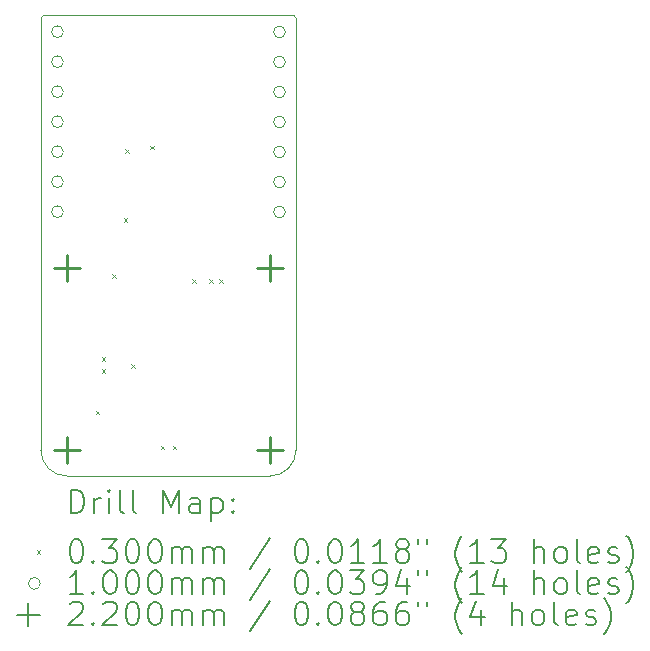
<source format=gbr>
%TF.GenerationSoftware,KiCad,Pcbnew,(6.0.7)*%
%TF.CreationDate,2022-10-21T23:48:19+08:00*%
%TF.ProjectId,pcb_rear,7063625f-7265-4617-922e-6b696361645f,rev?*%
%TF.SameCoordinates,Original*%
%TF.FileFunction,Drillmap*%
%TF.FilePolarity,Positive*%
%FSLAX45Y45*%
G04 Gerber Fmt 4.5, Leading zero omitted, Abs format (unit mm)*
G04 Created by KiCad (PCBNEW (6.0.7)) date 2022-10-21 23:48:19*
%MOMM*%
%LPD*%
G01*
G04 APERTURE LIST*
%ADD10C,0.100000*%
%ADD11C,0.200000*%
%ADD12C,0.030000*%
%ADD13C,0.220000*%
G04 APERTURE END LIST*
D10*
X1080000Y880000D02*
X1080000Y-2780000D01*
X-1060000Y900000D02*
G75*
G03*
X-1080000Y880000I0J-20000D01*
G01*
X860000Y-3000000D02*
G75*
G03*
X1080000Y-2780000I0J220000D01*
G01*
X860000Y-3000000D02*
X-860000Y-3000000D01*
X-1080000Y-2780000D02*
X-1080000Y880000D01*
X1080000Y880000D02*
G75*
G03*
X1060000Y900000I-20000J0D01*
G01*
X-1080000Y-2780000D02*
G75*
G03*
X-860000Y-3000000I220000J0D01*
G01*
X-1060000Y900000D02*
X1060000Y900000D01*
D11*
D12*
X-615000Y-2445000D02*
X-585000Y-2475000D01*
X-585000Y-2445000D02*
X-615000Y-2475000D01*
X-565000Y-1995000D02*
X-535000Y-2025000D01*
X-535000Y-1995000D02*
X-565000Y-2025000D01*
X-565000Y-2095000D02*
X-535000Y-2125000D01*
X-535000Y-2095000D02*
X-565000Y-2125000D01*
X-475000Y-1290000D02*
X-445000Y-1320000D01*
X-445000Y-1290000D02*
X-475000Y-1320000D01*
X-380000Y-815000D02*
X-350000Y-845000D01*
X-350000Y-815000D02*
X-380000Y-845000D01*
X-365000Y-231450D02*
X-335000Y-261450D01*
X-335000Y-231450D02*
X-365000Y-261450D01*
X-315000Y-2055000D02*
X-285000Y-2085000D01*
X-285000Y-2055000D02*
X-315000Y-2085000D01*
X-155000Y-205000D02*
X-125000Y-235000D01*
X-125000Y-205000D02*
X-155000Y-235000D01*
X-65000Y-2745000D02*
X-35000Y-2775000D01*
X-35000Y-2745000D02*
X-65000Y-2775000D01*
X35000Y-2745000D02*
X65000Y-2775000D01*
X65000Y-2745000D02*
X35000Y-2775000D01*
X200000Y-1335000D02*
X230000Y-1365000D01*
X230000Y-1335000D02*
X200000Y-1365000D01*
X345000Y-1335000D02*
X375000Y-1365000D01*
X375000Y-1335000D02*
X345000Y-1365000D01*
X428550Y-1335000D02*
X458550Y-1365000D01*
X458550Y-1335000D02*
X428550Y-1365000D01*
D10*
X-890000Y762000D02*
G75*
G03*
X-890000Y762000I-50000J0D01*
G01*
X-890000Y508000D02*
G75*
G03*
X-890000Y508000I-50000J0D01*
G01*
X-890000Y254000D02*
G75*
G03*
X-890000Y254000I-50000J0D01*
G01*
X-890000Y0D02*
G75*
G03*
X-890000Y0I-50000J0D01*
G01*
X-890000Y-254000D02*
G75*
G03*
X-890000Y-254000I-50000J0D01*
G01*
X-890000Y-508000D02*
G75*
G03*
X-890000Y-508000I-50000J0D01*
G01*
X-890000Y-762000D02*
G75*
G03*
X-890000Y-762000I-50000J0D01*
G01*
X990000Y760000D02*
G75*
G03*
X990000Y760000I-50000J0D01*
G01*
X990000Y506000D02*
G75*
G03*
X990000Y506000I-50000J0D01*
G01*
X990000Y252000D02*
G75*
G03*
X990000Y252000I-50000J0D01*
G01*
X990000Y-2000D02*
G75*
G03*
X990000Y-2000I-50000J0D01*
G01*
X990000Y-256000D02*
G75*
G03*
X990000Y-256000I-50000J0D01*
G01*
X990000Y-510000D02*
G75*
G03*
X990000Y-510000I-50000J0D01*
G01*
X990000Y-764000D02*
G75*
G03*
X990000Y-764000I-50000J0D01*
G01*
D13*
X-860000Y-1130000D02*
X-860000Y-1350000D01*
X-970000Y-1240000D02*
X-750000Y-1240000D01*
X-860000Y-2670000D02*
X-860000Y-2890000D01*
X-970000Y-2780000D02*
X-750000Y-2780000D01*
X860000Y-1130000D02*
X860000Y-1350000D01*
X750000Y-1240000D02*
X970000Y-1240000D01*
X860000Y-2670000D02*
X860000Y-2890000D01*
X750000Y-2780000D02*
X970000Y-2780000D01*
D11*
X-827381Y-3315476D02*
X-827381Y-3115476D01*
X-779762Y-3115476D01*
X-751190Y-3125000D01*
X-732143Y-3144048D01*
X-722619Y-3163095D01*
X-713095Y-3201190D01*
X-713095Y-3229762D01*
X-722619Y-3267857D01*
X-732143Y-3286905D01*
X-751190Y-3305952D01*
X-779762Y-3315476D01*
X-827381Y-3315476D01*
X-627381Y-3315476D02*
X-627381Y-3182143D01*
X-627381Y-3220238D02*
X-617857Y-3201190D01*
X-608333Y-3191667D01*
X-589286Y-3182143D01*
X-570238Y-3182143D01*
X-503571Y-3315476D02*
X-503571Y-3182143D01*
X-503571Y-3115476D02*
X-513095Y-3125000D01*
X-503571Y-3134524D01*
X-494048Y-3125000D01*
X-503571Y-3115476D01*
X-503571Y-3134524D01*
X-379762Y-3315476D02*
X-398809Y-3305952D01*
X-408333Y-3286905D01*
X-408333Y-3115476D01*
X-275000Y-3315476D02*
X-294048Y-3305952D01*
X-303571Y-3286905D01*
X-303571Y-3115476D01*
X-46428Y-3315476D02*
X-46428Y-3115476D01*
X20238Y-3258333D01*
X86905Y-3115476D01*
X86905Y-3315476D01*
X267857Y-3315476D02*
X267857Y-3210714D01*
X258333Y-3191667D01*
X239286Y-3182143D01*
X201190Y-3182143D01*
X182143Y-3191667D01*
X267857Y-3305952D02*
X248809Y-3315476D01*
X201190Y-3315476D01*
X182143Y-3305952D01*
X172619Y-3286905D01*
X172619Y-3267857D01*
X182143Y-3248809D01*
X201190Y-3239286D01*
X248809Y-3239286D01*
X267857Y-3229762D01*
X363095Y-3182143D02*
X363095Y-3382143D01*
X363095Y-3191667D02*
X382143Y-3182143D01*
X420238Y-3182143D01*
X439286Y-3191667D01*
X448809Y-3201190D01*
X458333Y-3220238D01*
X458333Y-3277381D01*
X448809Y-3296428D01*
X439286Y-3305952D01*
X420238Y-3315476D01*
X382143Y-3315476D01*
X363095Y-3305952D01*
X544048Y-3296428D02*
X553571Y-3305952D01*
X544048Y-3315476D01*
X534524Y-3305952D01*
X544048Y-3296428D01*
X544048Y-3315476D01*
X544048Y-3191667D02*
X553571Y-3201190D01*
X544048Y-3210714D01*
X534524Y-3201190D01*
X544048Y-3191667D01*
X544048Y-3210714D01*
D12*
X-1115000Y-3630000D02*
X-1085000Y-3660000D01*
X-1085000Y-3630000D02*
X-1115000Y-3660000D01*
D11*
X-789286Y-3535476D02*
X-770238Y-3535476D01*
X-751190Y-3545000D01*
X-741667Y-3554524D01*
X-732143Y-3573571D01*
X-722619Y-3611667D01*
X-722619Y-3659286D01*
X-732143Y-3697381D01*
X-741667Y-3716428D01*
X-751190Y-3725952D01*
X-770238Y-3735476D01*
X-789286Y-3735476D01*
X-808333Y-3725952D01*
X-817857Y-3716428D01*
X-827381Y-3697381D01*
X-836905Y-3659286D01*
X-836905Y-3611667D01*
X-827381Y-3573571D01*
X-817857Y-3554524D01*
X-808333Y-3545000D01*
X-789286Y-3535476D01*
X-636905Y-3716428D02*
X-627381Y-3725952D01*
X-636905Y-3735476D01*
X-646429Y-3725952D01*
X-636905Y-3716428D01*
X-636905Y-3735476D01*
X-560714Y-3535476D02*
X-436905Y-3535476D01*
X-503571Y-3611667D01*
X-475000Y-3611667D01*
X-455952Y-3621190D01*
X-446428Y-3630714D01*
X-436905Y-3649762D01*
X-436905Y-3697381D01*
X-446428Y-3716428D01*
X-455952Y-3725952D01*
X-475000Y-3735476D01*
X-532143Y-3735476D01*
X-551190Y-3725952D01*
X-560714Y-3716428D01*
X-313095Y-3535476D02*
X-294048Y-3535476D01*
X-275000Y-3545000D01*
X-265476Y-3554524D01*
X-255952Y-3573571D01*
X-246428Y-3611667D01*
X-246428Y-3659286D01*
X-255952Y-3697381D01*
X-265476Y-3716428D01*
X-275000Y-3725952D01*
X-294048Y-3735476D01*
X-313095Y-3735476D01*
X-332143Y-3725952D01*
X-341667Y-3716428D01*
X-351190Y-3697381D01*
X-360714Y-3659286D01*
X-360714Y-3611667D01*
X-351190Y-3573571D01*
X-341667Y-3554524D01*
X-332143Y-3545000D01*
X-313095Y-3535476D01*
X-122619Y-3535476D02*
X-103571Y-3535476D01*
X-84524Y-3545000D01*
X-75000Y-3554524D01*
X-65476Y-3573571D01*
X-55952Y-3611667D01*
X-55952Y-3659286D01*
X-65476Y-3697381D01*
X-75000Y-3716428D01*
X-84524Y-3725952D01*
X-103571Y-3735476D01*
X-122619Y-3735476D01*
X-141667Y-3725952D01*
X-151190Y-3716428D01*
X-160714Y-3697381D01*
X-170238Y-3659286D01*
X-170238Y-3611667D01*
X-160714Y-3573571D01*
X-151190Y-3554524D01*
X-141667Y-3545000D01*
X-122619Y-3535476D01*
X29762Y-3735476D02*
X29762Y-3602143D01*
X29762Y-3621190D02*
X39286Y-3611667D01*
X58333Y-3602143D01*
X86905Y-3602143D01*
X105952Y-3611667D01*
X115476Y-3630714D01*
X115476Y-3735476D01*
X115476Y-3630714D02*
X125000Y-3611667D01*
X144048Y-3602143D01*
X172619Y-3602143D01*
X191667Y-3611667D01*
X201190Y-3630714D01*
X201190Y-3735476D01*
X296429Y-3735476D02*
X296429Y-3602143D01*
X296429Y-3621190D02*
X305952Y-3611667D01*
X325000Y-3602143D01*
X353571Y-3602143D01*
X372619Y-3611667D01*
X382143Y-3630714D01*
X382143Y-3735476D01*
X382143Y-3630714D02*
X391667Y-3611667D01*
X410714Y-3602143D01*
X439286Y-3602143D01*
X458333Y-3611667D01*
X467857Y-3630714D01*
X467857Y-3735476D01*
X858333Y-3525952D02*
X686905Y-3783095D01*
X1115476Y-3535476D02*
X1134524Y-3535476D01*
X1153571Y-3545000D01*
X1163095Y-3554524D01*
X1172619Y-3573571D01*
X1182143Y-3611667D01*
X1182143Y-3659286D01*
X1172619Y-3697381D01*
X1163095Y-3716428D01*
X1153571Y-3725952D01*
X1134524Y-3735476D01*
X1115476Y-3735476D01*
X1096429Y-3725952D01*
X1086905Y-3716428D01*
X1077381Y-3697381D01*
X1067857Y-3659286D01*
X1067857Y-3611667D01*
X1077381Y-3573571D01*
X1086905Y-3554524D01*
X1096429Y-3545000D01*
X1115476Y-3535476D01*
X1267857Y-3716428D02*
X1277381Y-3725952D01*
X1267857Y-3735476D01*
X1258333Y-3725952D01*
X1267857Y-3716428D01*
X1267857Y-3735476D01*
X1401190Y-3535476D02*
X1420238Y-3535476D01*
X1439286Y-3545000D01*
X1448809Y-3554524D01*
X1458333Y-3573571D01*
X1467857Y-3611667D01*
X1467857Y-3659286D01*
X1458333Y-3697381D01*
X1448809Y-3716428D01*
X1439286Y-3725952D01*
X1420238Y-3735476D01*
X1401190Y-3735476D01*
X1382143Y-3725952D01*
X1372619Y-3716428D01*
X1363095Y-3697381D01*
X1353571Y-3659286D01*
X1353571Y-3611667D01*
X1363095Y-3573571D01*
X1372619Y-3554524D01*
X1382143Y-3545000D01*
X1401190Y-3535476D01*
X1658333Y-3735476D02*
X1544048Y-3735476D01*
X1601190Y-3735476D02*
X1601190Y-3535476D01*
X1582143Y-3564048D01*
X1563095Y-3583095D01*
X1544048Y-3592619D01*
X1848809Y-3735476D02*
X1734524Y-3735476D01*
X1791667Y-3735476D02*
X1791667Y-3535476D01*
X1772619Y-3564048D01*
X1753571Y-3583095D01*
X1734524Y-3592619D01*
X1963095Y-3621190D02*
X1944048Y-3611667D01*
X1934524Y-3602143D01*
X1925000Y-3583095D01*
X1925000Y-3573571D01*
X1934524Y-3554524D01*
X1944048Y-3545000D01*
X1963095Y-3535476D01*
X2001190Y-3535476D01*
X2020238Y-3545000D01*
X2029762Y-3554524D01*
X2039286Y-3573571D01*
X2039286Y-3583095D01*
X2029762Y-3602143D01*
X2020238Y-3611667D01*
X2001190Y-3621190D01*
X1963095Y-3621190D01*
X1944048Y-3630714D01*
X1934524Y-3640238D01*
X1925000Y-3659286D01*
X1925000Y-3697381D01*
X1934524Y-3716428D01*
X1944048Y-3725952D01*
X1963095Y-3735476D01*
X2001190Y-3735476D01*
X2020238Y-3725952D01*
X2029762Y-3716428D01*
X2039286Y-3697381D01*
X2039286Y-3659286D01*
X2029762Y-3640238D01*
X2020238Y-3630714D01*
X2001190Y-3621190D01*
X2115476Y-3535476D02*
X2115476Y-3573571D01*
X2191667Y-3535476D02*
X2191667Y-3573571D01*
X2486905Y-3811667D02*
X2477381Y-3802143D01*
X2458333Y-3773571D01*
X2448810Y-3754524D01*
X2439286Y-3725952D01*
X2429762Y-3678333D01*
X2429762Y-3640238D01*
X2439286Y-3592619D01*
X2448810Y-3564048D01*
X2458333Y-3545000D01*
X2477381Y-3516428D01*
X2486905Y-3506905D01*
X2667857Y-3735476D02*
X2553571Y-3735476D01*
X2610714Y-3735476D02*
X2610714Y-3535476D01*
X2591667Y-3564048D01*
X2572619Y-3583095D01*
X2553571Y-3592619D01*
X2734524Y-3535476D02*
X2858333Y-3535476D01*
X2791667Y-3611667D01*
X2820238Y-3611667D01*
X2839286Y-3621190D01*
X2848809Y-3630714D01*
X2858333Y-3649762D01*
X2858333Y-3697381D01*
X2848809Y-3716428D01*
X2839286Y-3725952D01*
X2820238Y-3735476D01*
X2763095Y-3735476D01*
X2744048Y-3725952D01*
X2734524Y-3716428D01*
X3096428Y-3735476D02*
X3096428Y-3535476D01*
X3182143Y-3735476D02*
X3182143Y-3630714D01*
X3172619Y-3611667D01*
X3153571Y-3602143D01*
X3125000Y-3602143D01*
X3105952Y-3611667D01*
X3096428Y-3621190D01*
X3305952Y-3735476D02*
X3286905Y-3725952D01*
X3277381Y-3716428D01*
X3267857Y-3697381D01*
X3267857Y-3640238D01*
X3277381Y-3621190D01*
X3286905Y-3611667D01*
X3305952Y-3602143D01*
X3334524Y-3602143D01*
X3353571Y-3611667D01*
X3363095Y-3621190D01*
X3372619Y-3640238D01*
X3372619Y-3697381D01*
X3363095Y-3716428D01*
X3353571Y-3725952D01*
X3334524Y-3735476D01*
X3305952Y-3735476D01*
X3486905Y-3735476D02*
X3467857Y-3725952D01*
X3458333Y-3706905D01*
X3458333Y-3535476D01*
X3639286Y-3725952D02*
X3620238Y-3735476D01*
X3582143Y-3735476D01*
X3563095Y-3725952D01*
X3553571Y-3706905D01*
X3553571Y-3630714D01*
X3563095Y-3611667D01*
X3582143Y-3602143D01*
X3620238Y-3602143D01*
X3639286Y-3611667D01*
X3648809Y-3630714D01*
X3648809Y-3649762D01*
X3553571Y-3668809D01*
X3725000Y-3725952D02*
X3744048Y-3735476D01*
X3782143Y-3735476D01*
X3801190Y-3725952D01*
X3810714Y-3706905D01*
X3810714Y-3697381D01*
X3801190Y-3678333D01*
X3782143Y-3668809D01*
X3753571Y-3668809D01*
X3734524Y-3659286D01*
X3725000Y-3640238D01*
X3725000Y-3630714D01*
X3734524Y-3611667D01*
X3753571Y-3602143D01*
X3782143Y-3602143D01*
X3801190Y-3611667D01*
X3877381Y-3811667D02*
X3886905Y-3802143D01*
X3905952Y-3773571D01*
X3915476Y-3754524D01*
X3925000Y-3725952D01*
X3934524Y-3678333D01*
X3934524Y-3640238D01*
X3925000Y-3592619D01*
X3915476Y-3564048D01*
X3905952Y-3545000D01*
X3886905Y-3516428D01*
X3877381Y-3506905D01*
D10*
X-1085000Y-3909000D02*
G75*
G03*
X-1085000Y-3909000I-50000J0D01*
G01*
D11*
X-722619Y-3999476D02*
X-836905Y-3999476D01*
X-779762Y-3999476D02*
X-779762Y-3799476D01*
X-798809Y-3828048D01*
X-817857Y-3847095D01*
X-836905Y-3856619D01*
X-636905Y-3980428D02*
X-627381Y-3989952D01*
X-636905Y-3999476D01*
X-646429Y-3989952D01*
X-636905Y-3980428D01*
X-636905Y-3999476D01*
X-503571Y-3799476D02*
X-484524Y-3799476D01*
X-465476Y-3809000D01*
X-455952Y-3818524D01*
X-446428Y-3837571D01*
X-436905Y-3875667D01*
X-436905Y-3923286D01*
X-446428Y-3961381D01*
X-455952Y-3980428D01*
X-465476Y-3989952D01*
X-484524Y-3999476D01*
X-503571Y-3999476D01*
X-522619Y-3989952D01*
X-532143Y-3980428D01*
X-541667Y-3961381D01*
X-551190Y-3923286D01*
X-551190Y-3875667D01*
X-541667Y-3837571D01*
X-532143Y-3818524D01*
X-522619Y-3809000D01*
X-503571Y-3799476D01*
X-313095Y-3799476D02*
X-294048Y-3799476D01*
X-275000Y-3809000D01*
X-265476Y-3818524D01*
X-255952Y-3837571D01*
X-246428Y-3875667D01*
X-246428Y-3923286D01*
X-255952Y-3961381D01*
X-265476Y-3980428D01*
X-275000Y-3989952D01*
X-294048Y-3999476D01*
X-313095Y-3999476D01*
X-332143Y-3989952D01*
X-341667Y-3980428D01*
X-351190Y-3961381D01*
X-360714Y-3923286D01*
X-360714Y-3875667D01*
X-351190Y-3837571D01*
X-341667Y-3818524D01*
X-332143Y-3809000D01*
X-313095Y-3799476D01*
X-122619Y-3799476D02*
X-103571Y-3799476D01*
X-84524Y-3809000D01*
X-75000Y-3818524D01*
X-65476Y-3837571D01*
X-55952Y-3875667D01*
X-55952Y-3923286D01*
X-65476Y-3961381D01*
X-75000Y-3980428D01*
X-84524Y-3989952D01*
X-103571Y-3999476D01*
X-122619Y-3999476D01*
X-141667Y-3989952D01*
X-151190Y-3980428D01*
X-160714Y-3961381D01*
X-170238Y-3923286D01*
X-170238Y-3875667D01*
X-160714Y-3837571D01*
X-151190Y-3818524D01*
X-141667Y-3809000D01*
X-122619Y-3799476D01*
X29762Y-3999476D02*
X29762Y-3866143D01*
X29762Y-3885190D02*
X39286Y-3875667D01*
X58333Y-3866143D01*
X86905Y-3866143D01*
X105952Y-3875667D01*
X115476Y-3894714D01*
X115476Y-3999476D01*
X115476Y-3894714D02*
X125000Y-3875667D01*
X144048Y-3866143D01*
X172619Y-3866143D01*
X191667Y-3875667D01*
X201190Y-3894714D01*
X201190Y-3999476D01*
X296429Y-3999476D02*
X296429Y-3866143D01*
X296429Y-3885190D02*
X305952Y-3875667D01*
X325000Y-3866143D01*
X353571Y-3866143D01*
X372619Y-3875667D01*
X382143Y-3894714D01*
X382143Y-3999476D01*
X382143Y-3894714D02*
X391667Y-3875667D01*
X410714Y-3866143D01*
X439286Y-3866143D01*
X458333Y-3875667D01*
X467857Y-3894714D01*
X467857Y-3999476D01*
X858333Y-3789952D02*
X686905Y-4047095D01*
X1115476Y-3799476D02*
X1134524Y-3799476D01*
X1153571Y-3809000D01*
X1163095Y-3818524D01*
X1172619Y-3837571D01*
X1182143Y-3875667D01*
X1182143Y-3923286D01*
X1172619Y-3961381D01*
X1163095Y-3980428D01*
X1153571Y-3989952D01*
X1134524Y-3999476D01*
X1115476Y-3999476D01*
X1096429Y-3989952D01*
X1086905Y-3980428D01*
X1077381Y-3961381D01*
X1067857Y-3923286D01*
X1067857Y-3875667D01*
X1077381Y-3837571D01*
X1086905Y-3818524D01*
X1096429Y-3809000D01*
X1115476Y-3799476D01*
X1267857Y-3980428D02*
X1277381Y-3989952D01*
X1267857Y-3999476D01*
X1258333Y-3989952D01*
X1267857Y-3980428D01*
X1267857Y-3999476D01*
X1401190Y-3799476D02*
X1420238Y-3799476D01*
X1439286Y-3809000D01*
X1448809Y-3818524D01*
X1458333Y-3837571D01*
X1467857Y-3875667D01*
X1467857Y-3923286D01*
X1458333Y-3961381D01*
X1448809Y-3980428D01*
X1439286Y-3989952D01*
X1420238Y-3999476D01*
X1401190Y-3999476D01*
X1382143Y-3989952D01*
X1372619Y-3980428D01*
X1363095Y-3961381D01*
X1353571Y-3923286D01*
X1353571Y-3875667D01*
X1363095Y-3837571D01*
X1372619Y-3818524D01*
X1382143Y-3809000D01*
X1401190Y-3799476D01*
X1534524Y-3799476D02*
X1658333Y-3799476D01*
X1591667Y-3875667D01*
X1620238Y-3875667D01*
X1639286Y-3885190D01*
X1648809Y-3894714D01*
X1658333Y-3913762D01*
X1658333Y-3961381D01*
X1648809Y-3980428D01*
X1639286Y-3989952D01*
X1620238Y-3999476D01*
X1563095Y-3999476D01*
X1544048Y-3989952D01*
X1534524Y-3980428D01*
X1753571Y-3999476D02*
X1791667Y-3999476D01*
X1810714Y-3989952D01*
X1820238Y-3980428D01*
X1839286Y-3951857D01*
X1848809Y-3913762D01*
X1848809Y-3837571D01*
X1839286Y-3818524D01*
X1829762Y-3809000D01*
X1810714Y-3799476D01*
X1772619Y-3799476D01*
X1753571Y-3809000D01*
X1744048Y-3818524D01*
X1734524Y-3837571D01*
X1734524Y-3885190D01*
X1744048Y-3904238D01*
X1753571Y-3913762D01*
X1772619Y-3923286D01*
X1810714Y-3923286D01*
X1829762Y-3913762D01*
X1839286Y-3904238D01*
X1848809Y-3885190D01*
X2020238Y-3866143D02*
X2020238Y-3999476D01*
X1972619Y-3789952D02*
X1925000Y-3932809D01*
X2048809Y-3932809D01*
X2115476Y-3799476D02*
X2115476Y-3837571D01*
X2191667Y-3799476D02*
X2191667Y-3837571D01*
X2486905Y-4075667D02*
X2477381Y-4066143D01*
X2458333Y-4037571D01*
X2448810Y-4018524D01*
X2439286Y-3989952D01*
X2429762Y-3942333D01*
X2429762Y-3904238D01*
X2439286Y-3856619D01*
X2448810Y-3828048D01*
X2458333Y-3809000D01*
X2477381Y-3780428D01*
X2486905Y-3770905D01*
X2667857Y-3999476D02*
X2553571Y-3999476D01*
X2610714Y-3999476D02*
X2610714Y-3799476D01*
X2591667Y-3828048D01*
X2572619Y-3847095D01*
X2553571Y-3856619D01*
X2839286Y-3866143D02*
X2839286Y-3999476D01*
X2791667Y-3789952D02*
X2744048Y-3932809D01*
X2867857Y-3932809D01*
X3096428Y-3999476D02*
X3096428Y-3799476D01*
X3182143Y-3999476D02*
X3182143Y-3894714D01*
X3172619Y-3875667D01*
X3153571Y-3866143D01*
X3125000Y-3866143D01*
X3105952Y-3875667D01*
X3096428Y-3885190D01*
X3305952Y-3999476D02*
X3286905Y-3989952D01*
X3277381Y-3980428D01*
X3267857Y-3961381D01*
X3267857Y-3904238D01*
X3277381Y-3885190D01*
X3286905Y-3875667D01*
X3305952Y-3866143D01*
X3334524Y-3866143D01*
X3353571Y-3875667D01*
X3363095Y-3885190D01*
X3372619Y-3904238D01*
X3372619Y-3961381D01*
X3363095Y-3980428D01*
X3353571Y-3989952D01*
X3334524Y-3999476D01*
X3305952Y-3999476D01*
X3486905Y-3999476D02*
X3467857Y-3989952D01*
X3458333Y-3970905D01*
X3458333Y-3799476D01*
X3639286Y-3989952D02*
X3620238Y-3999476D01*
X3582143Y-3999476D01*
X3563095Y-3989952D01*
X3553571Y-3970905D01*
X3553571Y-3894714D01*
X3563095Y-3875667D01*
X3582143Y-3866143D01*
X3620238Y-3866143D01*
X3639286Y-3875667D01*
X3648809Y-3894714D01*
X3648809Y-3913762D01*
X3553571Y-3932809D01*
X3725000Y-3989952D02*
X3744048Y-3999476D01*
X3782143Y-3999476D01*
X3801190Y-3989952D01*
X3810714Y-3970905D01*
X3810714Y-3961381D01*
X3801190Y-3942333D01*
X3782143Y-3932809D01*
X3753571Y-3932809D01*
X3734524Y-3923286D01*
X3725000Y-3904238D01*
X3725000Y-3894714D01*
X3734524Y-3875667D01*
X3753571Y-3866143D01*
X3782143Y-3866143D01*
X3801190Y-3875667D01*
X3877381Y-4075667D02*
X3886905Y-4066143D01*
X3905952Y-4037571D01*
X3915476Y-4018524D01*
X3925000Y-3989952D01*
X3934524Y-3942333D01*
X3934524Y-3904238D01*
X3925000Y-3856619D01*
X3915476Y-3828048D01*
X3905952Y-3809000D01*
X3886905Y-3780428D01*
X3877381Y-3770905D01*
X-1185000Y-4073000D02*
X-1185000Y-4273000D01*
X-1285000Y-4173000D02*
X-1085000Y-4173000D01*
X-836905Y-4082524D02*
X-827381Y-4073000D01*
X-808333Y-4063476D01*
X-760714Y-4063476D01*
X-741667Y-4073000D01*
X-732143Y-4082524D01*
X-722619Y-4101571D01*
X-722619Y-4120619D01*
X-732143Y-4149190D01*
X-846428Y-4263476D01*
X-722619Y-4263476D01*
X-636905Y-4244429D02*
X-627381Y-4253952D01*
X-636905Y-4263476D01*
X-646429Y-4253952D01*
X-636905Y-4244429D01*
X-636905Y-4263476D01*
X-551190Y-4082524D02*
X-541667Y-4073000D01*
X-522619Y-4063476D01*
X-475000Y-4063476D01*
X-455952Y-4073000D01*
X-446428Y-4082524D01*
X-436905Y-4101571D01*
X-436905Y-4120619D01*
X-446428Y-4149190D01*
X-560714Y-4263476D01*
X-436905Y-4263476D01*
X-313095Y-4063476D02*
X-294048Y-4063476D01*
X-275000Y-4073000D01*
X-265476Y-4082524D01*
X-255952Y-4101571D01*
X-246428Y-4139667D01*
X-246428Y-4187286D01*
X-255952Y-4225381D01*
X-265476Y-4244429D01*
X-275000Y-4253952D01*
X-294048Y-4263476D01*
X-313095Y-4263476D01*
X-332143Y-4253952D01*
X-341667Y-4244429D01*
X-351190Y-4225381D01*
X-360714Y-4187286D01*
X-360714Y-4139667D01*
X-351190Y-4101571D01*
X-341667Y-4082524D01*
X-332143Y-4073000D01*
X-313095Y-4063476D01*
X-122619Y-4063476D02*
X-103571Y-4063476D01*
X-84524Y-4073000D01*
X-75000Y-4082524D01*
X-65476Y-4101571D01*
X-55952Y-4139667D01*
X-55952Y-4187286D01*
X-65476Y-4225381D01*
X-75000Y-4244429D01*
X-84524Y-4253952D01*
X-103571Y-4263476D01*
X-122619Y-4263476D01*
X-141667Y-4253952D01*
X-151190Y-4244429D01*
X-160714Y-4225381D01*
X-170238Y-4187286D01*
X-170238Y-4139667D01*
X-160714Y-4101571D01*
X-151190Y-4082524D01*
X-141667Y-4073000D01*
X-122619Y-4063476D01*
X29762Y-4263476D02*
X29762Y-4130143D01*
X29762Y-4149190D02*
X39286Y-4139667D01*
X58333Y-4130143D01*
X86905Y-4130143D01*
X105952Y-4139667D01*
X115476Y-4158714D01*
X115476Y-4263476D01*
X115476Y-4158714D02*
X125000Y-4139667D01*
X144048Y-4130143D01*
X172619Y-4130143D01*
X191667Y-4139667D01*
X201190Y-4158714D01*
X201190Y-4263476D01*
X296429Y-4263476D02*
X296429Y-4130143D01*
X296429Y-4149190D02*
X305952Y-4139667D01*
X325000Y-4130143D01*
X353571Y-4130143D01*
X372619Y-4139667D01*
X382143Y-4158714D01*
X382143Y-4263476D01*
X382143Y-4158714D02*
X391667Y-4139667D01*
X410714Y-4130143D01*
X439286Y-4130143D01*
X458333Y-4139667D01*
X467857Y-4158714D01*
X467857Y-4263476D01*
X858333Y-4053952D02*
X686905Y-4311095D01*
X1115476Y-4063476D02*
X1134524Y-4063476D01*
X1153571Y-4073000D01*
X1163095Y-4082524D01*
X1172619Y-4101571D01*
X1182143Y-4139667D01*
X1182143Y-4187286D01*
X1172619Y-4225381D01*
X1163095Y-4244429D01*
X1153571Y-4253952D01*
X1134524Y-4263476D01*
X1115476Y-4263476D01*
X1096429Y-4253952D01*
X1086905Y-4244429D01*
X1077381Y-4225381D01*
X1067857Y-4187286D01*
X1067857Y-4139667D01*
X1077381Y-4101571D01*
X1086905Y-4082524D01*
X1096429Y-4073000D01*
X1115476Y-4063476D01*
X1267857Y-4244429D02*
X1277381Y-4253952D01*
X1267857Y-4263476D01*
X1258333Y-4253952D01*
X1267857Y-4244429D01*
X1267857Y-4263476D01*
X1401190Y-4063476D02*
X1420238Y-4063476D01*
X1439286Y-4073000D01*
X1448809Y-4082524D01*
X1458333Y-4101571D01*
X1467857Y-4139667D01*
X1467857Y-4187286D01*
X1458333Y-4225381D01*
X1448809Y-4244429D01*
X1439286Y-4253952D01*
X1420238Y-4263476D01*
X1401190Y-4263476D01*
X1382143Y-4253952D01*
X1372619Y-4244429D01*
X1363095Y-4225381D01*
X1353571Y-4187286D01*
X1353571Y-4139667D01*
X1363095Y-4101571D01*
X1372619Y-4082524D01*
X1382143Y-4073000D01*
X1401190Y-4063476D01*
X1582143Y-4149190D02*
X1563095Y-4139667D01*
X1553571Y-4130143D01*
X1544048Y-4111095D01*
X1544048Y-4101571D01*
X1553571Y-4082524D01*
X1563095Y-4073000D01*
X1582143Y-4063476D01*
X1620238Y-4063476D01*
X1639286Y-4073000D01*
X1648809Y-4082524D01*
X1658333Y-4101571D01*
X1658333Y-4111095D01*
X1648809Y-4130143D01*
X1639286Y-4139667D01*
X1620238Y-4149190D01*
X1582143Y-4149190D01*
X1563095Y-4158714D01*
X1553571Y-4168238D01*
X1544048Y-4187286D01*
X1544048Y-4225381D01*
X1553571Y-4244429D01*
X1563095Y-4253952D01*
X1582143Y-4263476D01*
X1620238Y-4263476D01*
X1639286Y-4253952D01*
X1648809Y-4244429D01*
X1658333Y-4225381D01*
X1658333Y-4187286D01*
X1648809Y-4168238D01*
X1639286Y-4158714D01*
X1620238Y-4149190D01*
X1829762Y-4063476D02*
X1791667Y-4063476D01*
X1772619Y-4073000D01*
X1763095Y-4082524D01*
X1744048Y-4111095D01*
X1734524Y-4149190D01*
X1734524Y-4225381D01*
X1744048Y-4244429D01*
X1753571Y-4253952D01*
X1772619Y-4263476D01*
X1810714Y-4263476D01*
X1829762Y-4253952D01*
X1839286Y-4244429D01*
X1848809Y-4225381D01*
X1848809Y-4177762D01*
X1839286Y-4158714D01*
X1829762Y-4149190D01*
X1810714Y-4139667D01*
X1772619Y-4139667D01*
X1753571Y-4149190D01*
X1744048Y-4158714D01*
X1734524Y-4177762D01*
X2020238Y-4063476D02*
X1982143Y-4063476D01*
X1963095Y-4073000D01*
X1953571Y-4082524D01*
X1934524Y-4111095D01*
X1925000Y-4149190D01*
X1925000Y-4225381D01*
X1934524Y-4244429D01*
X1944048Y-4253952D01*
X1963095Y-4263476D01*
X2001190Y-4263476D01*
X2020238Y-4253952D01*
X2029762Y-4244429D01*
X2039286Y-4225381D01*
X2039286Y-4177762D01*
X2029762Y-4158714D01*
X2020238Y-4149190D01*
X2001190Y-4139667D01*
X1963095Y-4139667D01*
X1944048Y-4149190D01*
X1934524Y-4158714D01*
X1925000Y-4177762D01*
X2115476Y-4063476D02*
X2115476Y-4101571D01*
X2191667Y-4063476D02*
X2191667Y-4101571D01*
X2486905Y-4339667D02*
X2477381Y-4330143D01*
X2458333Y-4301571D01*
X2448810Y-4282524D01*
X2439286Y-4253952D01*
X2429762Y-4206333D01*
X2429762Y-4168238D01*
X2439286Y-4120619D01*
X2448810Y-4092048D01*
X2458333Y-4073000D01*
X2477381Y-4044428D01*
X2486905Y-4034905D01*
X2648810Y-4130143D02*
X2648810Y-4263476D01*
X2601190Y-4053952D02*
X2553571Y-4196810D01*
X2677381Y-4196810D01*
X2905952Y-4263476D02*
X2905952Y-4063476D01*
X2991667Y-4263476D02*
X2991667Y-4158714D01*
X2982143Y-4139667D01*
X2963095Y-4130143D01*
X2934524Y-4130143D01*
X2915476Y-4139667D01*
X2905952Y-4149190D01*
X3115476Y-4263476D02*
X3096428Y-4253952D01*
X3086905Y-4244429D01*
X3077381Y-4225381D01*
X3077381Y-4168238D01*
X3086905Y-4149190D01*
X3096428Y-4139667D01*
X3115476Y-4130143D01*
X3144048Y-4130143D01*
X3163095Y-4139667D01*
X3172619Y-4149190D01*
X3182143Y-4168238D01*
X3182143Y-4225381D01*
X3172619Y-4244429D01*
X3163095Y-4253952D01*
X3144048Y-4263476D01*
X3115476Y-4263476D01*
X3296428Y-4263476D02*
X3277381Y-4253952D01*
X3267857Y-4234905D01*
X3267857Y-4063476D01*
X3448809Y-4253952D02*
X3429762Y-4263476D01*
X3391667Y-4263476D01*
X3372619Y-4253952D01*
X3363095Y-4234905D01*
X3363095Y-4158714D01*
X3372619Y-4139667D01*
X3391667Y-4130143D01*
X3429762Y-4130143D01*
X3448809Y-4139667D01*
X3458333Y-4158714D01*
X3458333Y-4177762D01*
X3363095Y-4196810D01*
X3534524Y-4253952D02*
X3553571Y-4263476D01*
X3591667Y-4263476D01*
X3610714Y-4253952D01*
X3620238Y-4234905D01*
X3620238Y-4225381D01*
X3610714Y-4206333D01*
X3591667Y-4196810D01*
X3563095Y-4196810D01*
X3544048Y-4187286D01*
X3534524Y-4168238D01*
X3534524Y-4158714D01*
X3544048Y-4139667D01*
X3563095Y-4130143D01*
X3591667Y-4130143D01*
X3610714Y-4139667D01*
X3686905Y-4339667D02*
X3696428Y-4330143D01*
X3715476Y-4301571D01*
X3725000Y-4282524D01*
X3734524Y-4253952D01*
X3744048Y-4206333D01*
X3744048Y-4168238D01*
X3734524Y-4120619D01*
X3725000Y-4092048D01*
X3715476Y-4073000D01*
X3696428Y-4044428D01*
X3686905Y-4034905D01*
M02*

</source>
